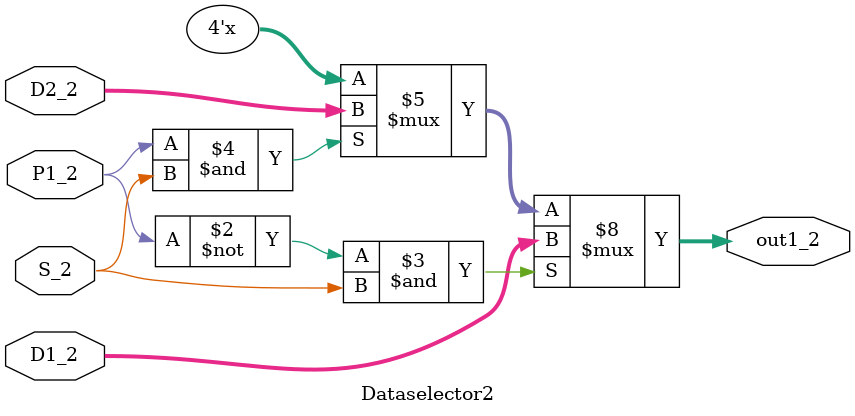
<source format=v>
`timescale 1ns / 1ps


module Dataselector2#(parameter WIDTH =4)(D1_2,D2_2,P1_2,S_2,out1_2);

    input [WIDTH-1:0]D1_2;
    input [WIDTH-1:0]D2_2;
    input P1_2;
    input S_2;
    output reg [WIDTH-1:0]out1_2;
    always @ * 
    begin
    if     ((~P1_2)&S_2)    out1_2<=D1_2;
    else if(P1_2&S_2)       out1_2<=D2_2;
    end
endmodule

</source>
